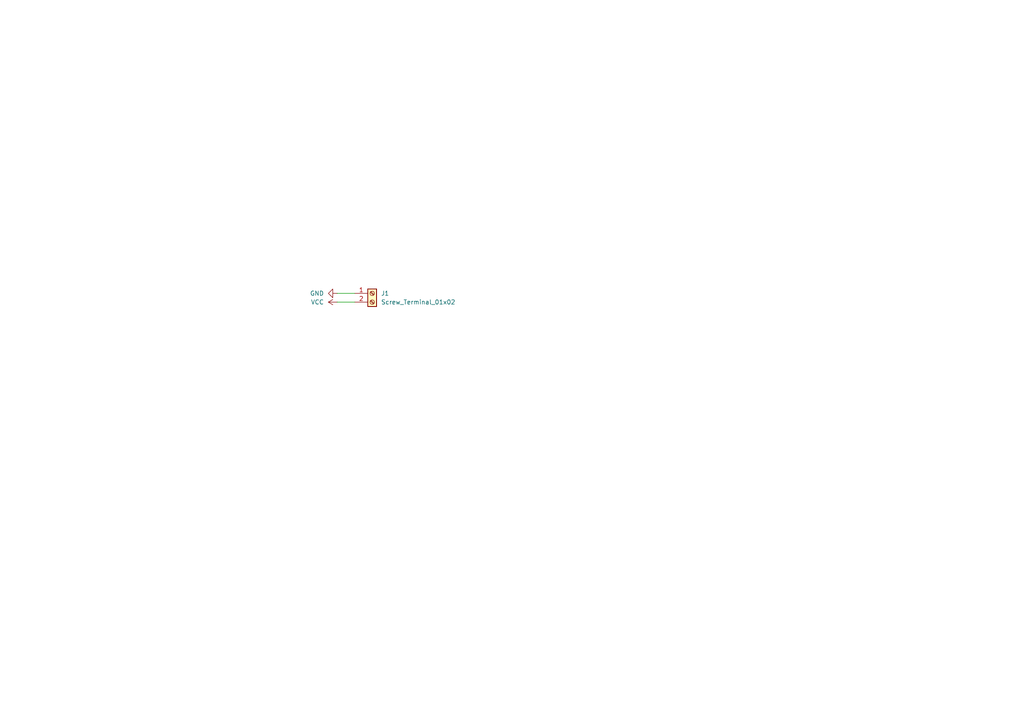
<source format=kicad_sch>
(kicad_sch (version 20250114) (generator "eeschema") (generator_version "9.0")
  (paper "A4")
  (lib_symbols
    (symbol "Connector:Screw_Terminal_01x02" (pin_names (offset 1.016) (hide yes))
      (property "Reference" "J" (at 0 2.54 0))
      (property "Value" "Screw_Terminal_01x02" (at 0 -5.08 0))
      (symbol "Screw_Terminal_01x02_1_1"
        (rectangle (start -1.27 1.27) (end 1.27 -3.81) (stroke (width 0.254)) (fill (type background)))
        (polyline (pts (xy -0.5334 0.3302) (xy 0.3302 -0.508)) (stroke (width 0.1524)))
        (polyline (pts (xy -0.5334 -2.2098) (xy 0.3302 -3.048)) (stroke (width 0.1524)))
        (polyline (pts (xy -0.3556 0.508) (xy 0.508 -0.3302)) (stroke (width 0.1524)))
        (polyline (pts (xy -0.3556 -2.032) (xy 0.508 -2.8702)) (stroke (width 0.1524)))
        (circle (center 0 0) (radius 0.635) (stroke (width 0.1524)))
        (circle (center 0 -2.54) (radius 0.635) (stroke (width 0.1524)))
        (pin passive line (at -5.08 0 0) (length 3.81) (name "Pin_1") (number "1"))
        (pin passive line (at -5.08 -2.54 0) (length 3.81) (name "Pin_2") (number "2"))
      )
    )
    (symbol "power:GND" (power) (pin_numbers (hide yes)) (pin_names (offset 0) (hide yes))
      (property "Value" "GND" (at 0 -3.81 0))
      (symbol "GND_0_1"
        (polyline (pts (xy 0 0) (xy 0 -1.27) (xy 1.27 -1.27) (xy 0 -2.54) (xy -1.27 -1.27) (xy 0 -1.27)))
      )
      (symbol "GND_1_1"
        (pin power_in line (at 0 0 270) (length 0) (name "~") (number "1"))
      )
    )
    (symbol "power:VCC" (power) (pin_numbers (hide yes)) (pin_names (offset 0) (hide yes))
      (property "Value" "VCC" (at 0 3.556 0))
      (symbol "VCC_0_1"
        (polyline (pts (xy -0.762 1.27) (xy 0 2.54)))
        (polyline (pts (xy 0 2.54) (xy 0.762 1.27)))
        (polyline (pts (xy 0 0) (xy 0 2.54)))
      )
      (symbol "VCC_1_1"
        (pin power_in line (at 0 0 90) (length 0) (name "~") (number "1"))
      )
    )
  )
  (wire (pts (xy 97.79 85.09) (xy 102.87 85.09)))
  (wire (pts (xy 97.79 87.63) (xy 102.87 87.63)))
  (symbol (lib_id "Connector:Screw_Terminal_01x02") (at 107.95 85.09 0) (unit 1)
    (property "Reference" "J1" (at 110.49 85.0899 0) (effects (justify left)))
    (property "Value" "Screw_Terminal_01x02" (at 110.49 87.6299 0) (effects (justify left)))
    (property "Description" "Generic screw terminal, single row, 01x02, script generated (kicad-library-utils/schlib/autogen/connector/)" (effects (hide yes)))
  )
  (symbol (lib_id "power:GND") (at 97.79 85.09 270) (unit 1)
    (property "Reference" "#PWR02" (effects (hide yes)))
    (property "Value" "GND" (at 93.98 85.0899 90) (effects (justify right)))
    (property "Description" "Power symbol creates a global label with name \"GND\" , ground" (effects (hide yes)))
  )
  (symbol (lib_id "power:VCC") (at 97.79 87.63 90) (unit 1)
    (property "Reference" "#PWR01" (effects (hide yes)))
    (property "Value" "VCC" (at 93.98 87.6299 90) (effects (justify left)))
    (property "Description" "Power symbol creates a global label with name \"VCC\"" (effects (hide yes)))
  )
)
</source>
